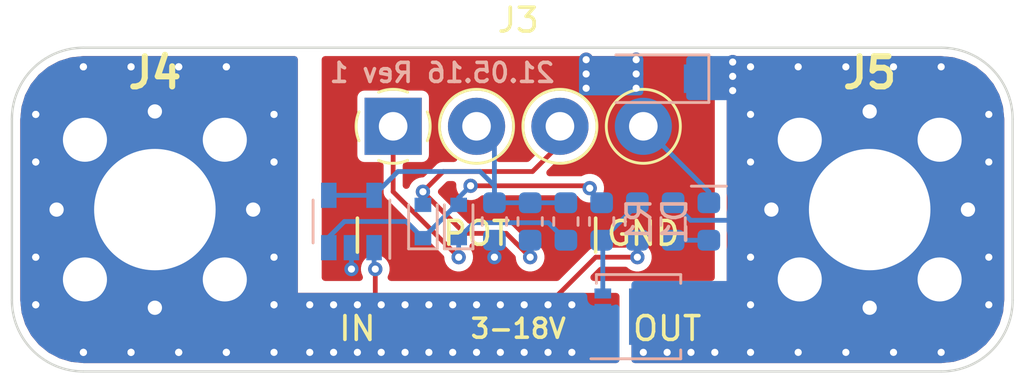
<source format=kicad_pcb>
(kicad_pcb (version 20211014) (generator pcbnew)
  (layers (0 "F.Cu" signal) (31 "B.Cu" signal) (34 "B.Paste" user) (35 "F.Paste" user) (36 "B.SilkS" user "B.Silkscreen") (37 "F.SilkS" user "F.Silkscreen") (38 "B.Mask" user) (39 "F.Mask" user) (44 "Edge.Cuts" user))
  (net 0 "")
  (net 1 "GND")
  (net 2 "+12V")
  (net 3 "Net-(D2-Pad1)")
  (net 4 "Net-(D3-Pad2)")
  (net 5 "/LED_OUT")
  (net 6 "/TRG_THR")
  (net 7 "/PWM")
  (net 8 "/GATE")
  (net 9 "Net-(D1-Pad2)")
  (net 10 "Net-(Q2-Pad5)")
  (net 11 "Net-(Q2-Pad4)")
  (net 12 "Net-(Q2-Pad1)")
  (footprint "MountingHole:MountingHole_5.5mm_Pad_Via" (layer "F.Cu") (at 135 100)
    (fp_text reference "J1" hide)
    (fp_text value "Conn_01x01" hide)
    (pad "1" thru_hole circle locked (at -2.926815 -2.926815) (size 0.9 0.9) (drill 0.6) (layers *.Cu *.Mask) (net 2 "+12V"))
    (pad "1" thru_hole circle locked (at 0 -4.125) (size 0.9 0.9) (drill 0.6) (layers *.Cu *.Mask) (net 2 "+12V"))
    (pad "1" thru_hole circle locked (at -4.125 0) (size 0.9 0.9) (drill 0.6) (layers *.Cu *.Mask) (net 2 "+12V"))
    (pad "1" thru_hole circle locked (at -2.926815 2.926815) (size 0.9 0.9) (drill 0.6) (layers *.Cu *.Mask) (net 2 "+12V"))
    (pad "1" thru_hole circle locked (at 2.926815 2.926815) (size 0.9 0.9) (drill 0.6) (layers *.Cu *.Mask) (net 2 "+12V"))
    (pad "1" thru_hole circle locked (at 0 4.125) (size 0.9 0.9) (drill 0.6) (layers *.Cu *.Mask) (net 2 "+12V"))
    (pad "1" thru_hole circle locked (at 2.926815 -2.926815) (size 0.9 0.9) (drill 0.6) (layers *.Cu *.Mask) (net 2 "+12V"))
    (pad "1" thru_hole circle locked (at 4.125 0) (size 0.9 0.9) (drill 0.6) (layers *.Cu *.Mask) (net 2 "+12V"))
    (pad "1" thru_hole circle locked (at 0 0) (size 11 11) (drill 5.1) (layers *.Cu *.Mask) (net 2 "+12V"))
  )
  (footprint "MountingHole:MountingHole_5.5mm_Pad_Via" (layer "F.Cu") (at 165 100)
    (fp_text reference "J2" hide)
    (fp_text value "Conn_01x01" hide)
    (pad "1" thru_hole circle locked (at 0 0) (size 11 11) (drill 5.1) (layers *.Cu *.Mask) (net 5 "/LED_OUT"))
    (pad "1" thru_hole circle locked (at 2.926815 -2.926815) (size 0.9 0.9) (drill 0.6) (layers *.Cu *.Mask) (net 5 "/LED_OUT"))
    (pad "1" thru_hole circle locked (at -4.125 0) (size 0.9 0.9) (drill 0.6) (layers *.Cu *.Mask) (net 5 "/LED_OUT"))
    (pad "1" thru_hole circle locked (at 0 4.125) (size 0.9 0.9) (drill 0.6) (layers *.Cu *.Mask) (net 5 "/LED_OUT"))
    (pad "1" thru_hole circle locked (at 4.125 0) (size 0.9 0.9) (drill 0.6) (layers *.Cu *.Mask) (net 5 "/LED_OUT"))
    (pad "1" thru_hole circle locked (at -2.926815 -2.926815) (size 0.9 0.9) (drill 0.6) (layers *.Cu *.Mask) (net 5 "/LED_OUT"))
    (pad "1" thru_hole circle locked (at 2.926815 2.926815) (size 0.9 0.9) (drill 0.6) (layers *.Cu *.Mask) (net 5 "/LED_OUT"))
    (pad "1" thru_hole circle locked (at 0 -4.125) (size 0.9 0.9) (drill 0.6) (layers *.Cu *.Mask) (net 5 "/LED_OUT"))
    (pad "1" thru_hole circle locked (at -2.926815 2.926815) (size 0.9 0.9) (drill 0.6) (layers *.Cu *.Mask) (net 5 "/LED_OUT"))
  )
  (footprint "TerminalBlock_4Ucon:TerminalBlock_4Ucon_1x04_P3.50mm_Horizontal" (layer "F.Cu") (at 145 96.5)
    (fp_text reference "J3" (at 5.25 -4.46) (layer "F.SilkS"))
    (fp_text value "1984633")
    (fp_arc (start 1.432109 -0.607742) (mid 1.555727 0.00014) (end 1.432 0.608) (layer "F.SilkS") (width 0.12))
    (fp_arc (start 0.607587 1.431385) (mid 0.310017 1.523783) (end 0 1.555) (layer "F.SilkS") (width 0.12))
    (fp_arc (start -1.432109 0.607742) (mid -1.555727 -0.00014) (end -1.432 -0.608) (layer "F.SilkS") (width 0.12))
    (fp_arc (start 0.027011 1.555493) (mid -0.296984 1.527118) (end -0.608 1.432) (layer "F.SilkS") (width 0.12))
    (fp_arc (start -0.607742 -1.432109) (mid 0.00014 -1.555727) (end 0.608 -1.432) (layer "F.SilkS") (width 0.12))
    (fp_circle (center 10.5 0) (end 12.055 0) (layer "F.SilkS") (width 0.12) (fill none))
    (fp_circle (center 7 0) (end 8.555 0) (layer "F.SilkS") (width 0.12) (fill none))
    (fp_circle (center 3.5 0) (end 5.055 0) (layer "F.SilkS") (width 0.12) (fill none))
    (pad "1" thru_hole rect locked (at 0 0) (size 2.4 2.4) (drill 1.2) (layers *.Cu *.Mask) (net 3 "Net-(D2-Pad1)"))
    (pad "2" thru_hole circle locked (at 3.5 0) (size 2.4 2.4) (drill 1.2) (layers *.Cu *.Mask) (net 6 "/TRG_THR"))
    (pad "3" thru_hole circle locked (at 7 0) (size 2.4 2.4) (drill 1.2) (layers *.Cu *.Mask) (net 4 "Net-(D3-Pad2)"))
    (pad "4" thru_hole circle locked (at 10.5 0) (size 2.4 2.4) (drill 1.2) (layers *.Cu *.Mask) (net 1 "GND"))
  )
  (footprint "connectors:M5_74651175R_Solder" (layer "F.Cu") (at 135 100)
    (fp_text reference "J4" (at 0 -5.75) (layer "F.SilkS") (effects (font (size 1.27 1.27) (thickness 0.254))))
    (fp_text value "74651175R" hide)
    (pad "1" thru_hole circle locked (at -2.935 -2.935) (size 3.2 3.2) (drill 1.85) (layers *.Cu *.Mask) (net 2 "+12V"))
    (pad "1" thru_hole circle locked (at -2.935 2.935) (size 3.2 3.2) (drill 1.85) (layers *.Cu *.Mask) (net 2 "+12V"))
    (pad "1" thru_hole circle locked (at 2.935 2.935) (size 3.2 3.2) (drill 1.85) (layers *.Cu *.Mask) (net 2 "+12V"))
    (pad "1" thru_hole circle locked (at 2.935 -2.935) (size 3.2 3.2) (drill 1.85) (layers *.Cu *.Mask) (net 2 "+12V"))
  )
  (footprint "connectors:M5_74651175R_Solder" (layer "F.Cu") (at 165 100)
    (fp_text reference "J5" (at 0 -5.75) (layer "F.SilkS") (effects (font (size 1.27 1.27) (thickness 0.254))))
    (fp_text value "74651175R" hide)
    (pad "1" thru_hole circle locked (at -2.935 -2.935) (size 3.2 3.2) (drill 1.85) (layers *.Cu *.Mask) (net 5 "/LED_OUT"))
    (pad "1" thru_hole circle locked (at 2.935 -2.935) (size 3.2 3.2) (drill 1.85) (layers *.Cu *.Mask) (net 5 "/LED_OUT"))
    (pad "1" thru_hole circle locked (at 2.935 2.935) (size 3.2 3.2) (drill 1.85) (layers *.Cu *.Mask) (net 5 "/LED_OUT"))
    (pad "1" thru_hole circle locked (at -2.935 2.935) (size 3.2 3.2) (drill 1.85) (layers *.Cu *.Mask) (net 5 "/LED_OUT"))
  )
  (footprint "Diode_SMD:D_SOD-523" (layer "B.Cu") (at 146.25 100.5 90)
    (fp_text reference "D3" hide)
    (fp_text value "RB751S40T5G")
    (fp_line (start 0.7 -0.6) (end -1.15 -0.6) (layer "B.SilkS") (width 0.12))
    (fp_line (start 0.7 0.6) (end -1.15 0.6) (layer "B.SilkS") (width 0.12))
    (fp_line (start -1.15 0.6) (end -1.15 -0.6) (layer "B.SilkS") (width 0.12))
    (pad "1" smd rect locked (at -0.7 0 270) (size 0.6 0.7) (layers "B.Cu" "B.Paste" "B.Mask") (net 7 "/PWM"))
    (pad "2" smd rect locked (at 0.7 0 270) (size 0.6 0.7) (layers "B.Cu" "B.Paste" "B.Mask") (net 4 "Net-(D3-Pad2)"))
  )
  (footprint "Package_SON:Diodes_PowerDI3333-8" (layer "B.Cu") (at 155.3 104.5)
    (fp_text reference "Q2" hide)
    (fp_text value "DMP3013SFV")
    (fp_line (start -1.77 -1.77) (end 1.77 -1.77) (layer "B.SilkS") (width 0.12))
    (fp_line (start 1.77 -1.77) (end 1.77 -1.4) (layer "B.SilkS") (width 0.12))
    (fp_line (start -1.77 -1.77) (end -1.77 -1.4) (layer "B.SilkS") (width 0.12))
    (fp_line (start 1.77 1.77) (end 1.77 1.4) (layer "B.SilkS") (width 0.12))
    (fp_line (start 1.77 1.77) (end -2 1.77) (layer "B.SilkS") (width 0.12))
    (pad "1" smd rect locked (at -1.5 0.975) (size 0.7 0.42) (layers "B.Cu" "B.Paste" "B.Mask") (net 12 "Net-(Q2-Pad1)"))
    (pad "2" smd rect locked (at -1.5 0.325) (size 0.7 0.42) (layers "B.Cu" "B.Paste" "B.Mask") (net 12 "Net-(Q2-Pad1)"))
    (pad "3" smd rect locked (at -1.5 -0.325) (size 0.7 0.42) (layers "B.Cu" "B.Paste" "B.Mask") (net 12 "Net-(Q2-Pad1)"))
    (pad "4" smd rect locked (at -1.5 -0.975) (size 0.7 0.42) (layers "B.Cu" "B.Paste" "B.Mask") (net 11 "Net-(Q2-Pad4)"))
    (pad "5" smd custom locked (at 0.455 0) (size 1.71 2.37) (layers "B.Cu" "B.Mask") (net 10 "Net-(Q2-Pad5)") (options (clearance outline) (anchor rect)) (primitives (gr_poly (pts (xy 0.855 -1.185) (xy 1.395 -1.185) (xy 1.395 -0.765) (xy 0.855 -0.765)) (width 0) (fill yes)) (gr_poly (pts (xy 0.855 -0.535) (xy 1.395 -0.535) (xy 1.395 -0.115) (xy 0.855 -0.115)) (width 0) (fill yes)) (gr_poly (pts (xy 0.855 0.115) (xy 1.395 0.115) (xy 1.395 0.535) (xy 0.855 0.535)) (width 0) (fill yes)) (gr_poly (pts (xy 0.855 0.765) (xy 1.395 0.765) (xy 1.395 1.185) (xy 0.855 1.185)) (width 0) (fill yes))))
  )
  (footprint "Diode_SMD:D_SOD-123" (layer "B.Cu") (at 156 94.5 180)
    (fp_text reference "D5" hide)
    (fp_text value "D_Schottky")
    (fp_line (start -2.25 1) (end 1.65 1) (layer "B.SilkS") (width 0.12))
    (fp_line (start -2.25 1) (end -2.25 -1) (layer "B.SilkS") (width 0.12))
    (fp_line (start -2.25 -1) (end 1.65 -1) (layer "B.SilkS") (width 0.12))
    (pad "1" smd rect locked (at -1.65 0 180) (size 0.9 1.2) (layers "B.Cu" "B.Paste" "B.Mask") (net 5 "/LED_OUT"))
    (pad "2" smd rect locked (at 1.65 0 180) (size 0.9 1.2) (layers "B.Cu" "B.Paste" "B.Mask") (net 1 "GND"))
  )
  (footprint "Resistor_SMD:R_0603_1608Metric" (layer "B.Cu") (at 153.75 100.5 90)
    (fp_text reference "R10" hide)
    (fp_text value "1k")
    (fp_line (start -0.162779 -0.51) (end 0.162779 -0.51) (layer "B.SilkS") (width 0.12))
    (fp_line (start -0.162779 0.51) (end 0.162779 0.51) (layer "B.SilkS") (width 0.12))
    (pad "1" smd roundrect locked (at -0.7875 0 90) (size 0.875 0.95) (layers "B.Cu" "B.Paste" "B.Mask") (net 8 "/GATE"))
    (pad "2" smd roundrect locked (at 0.7875 0 90) (size 0.875 0.95) (layers "B.Cu" "B.Paste" "B.Mask") (net 7 "/PWM"))
  )
  (footprint "Resistor_SMD:R_0603_1608Metric" (layer "B.Cu") (at 152.25 100.5 90)
    (fp_text reference "R7" hide)
    (fp_text value "R" hide)
    (fp_line (start -0.162779 -0.51) (end 0.162779 -0.51) (layer "B.SilkS") (width 0.12))
    (fp_line (start -0.162779 0.51) (end 0.162779 0.51) (layer "B.SilkS") (width 0.12))
    (pad "1" smd roundrect locked (at -0.7875 0 90) (size 0.875 0.95) (layers "B.Cu" "B.Paste" "B.Mask") (net 3 "Net-(D2-Pad1)"))
    (pad "2" smd roundrect locked (at 0.7875 0 90) (size 0.875 0.95) (layers "B.Cu" "B.Paste" "B.Mask") (net 6 "/TRG_THR"))
  )
  (footprint "Capacitor_SMD:C_0603_1608Metric" (layer "B.Cu") (at 149.25 100.5 -90)
    (fp_text reference "C3" hide)
    (fp_text value "2.2uF 16V")
    (fp_line (start -0.162779 0.51) (end 0.162779 0.51) (layer "B.SilkS") (width 0.12))
    (fp_line (start -0.162779 -0.51) (end 0.162779 -0.51) (layer "B.SilkS") (width 0.12))
    (pad "1" smd roundrect locked (at -0.7875 0 270) (size 0.875 0.95) (layers "B.Cu" "B.Paste" "B.Mask") (net 6 "/TRG_THR"))
    (pad "2" smd roundrect locked (at 0.7875 0 270) (size 0.875 0.95) (layers "B.Cu" "B.Paste" "B.Mask") (net 1 "GND"))
  )
  (footprint "Resistor_SMD:R_0603_1608Metric" (layer "B.Cu") (at 150.75 100.5 90)
    (fp_text reference "R8" hide)
    (fp_text value "R" hide)
    (fp_line (start -0.162779 -0.51) (end 0.162779 -0.51) (layer "B.SilkS") (width 0.12))
    (fp_line (start -0.162779 0.51) (end 0.162779 0.51) (layer "B.SilkS") (width 0.12))
    (pad "1" smd roundrect locked (at -0.7875 0 90) (size 0.875 0.95) (layers "B.Cu" "B.Paste" "B.Mask") (net 4 "Net-(D3-Pad2)"))
    (pad "2" smd roundrect locked (at 0.7875 0 90) (size 0.875 0.95) (layers "B.Cu" "B.Paste" "B.Mask") (net 6 "/TRG_THR"))
  )
  (footprint "Resistor_SMD:R_0603_1608Metric" (layer "B.Cu") (at 155.25 100.5 -90)
    (fp_text reference "R9" hide)
    (fp_text value "100k")
    (fp_line (start -0.162779 -0.51) (end 0.162779 -0.51) (layer "B.SilkS") (width 0.12))
    (fp_line (start -0.162779 0.51) (end 0.162779 0.51) (layer "B.SilkS") (width 0.12))
    (pad "1" smd roundrect locked (at -0.7875 0 270) (size 0.875 0.95) (layers "B.Cu" "B.Paste" "B.Mask") (net 8 "/GATE"))
    (pad "2" smd roundrect locked (at 0.7875 0 270) (size 0.875 0.95) (layers "B.Cu" "B.Paste" "B.Mask") (net 2 "+12V"))
  )
  (footprint "Package_TO_SOT_SMD:SOT-23-5" (layer "B.Cu") (at 143.25 100.5 90)
    (fp_text reference "U1" hide)
    (fp_text value "MIC1555YM5-TR" hide)
    (fp_line (start -0.9 -1.61) (end 0.9 -1.61) (layer "B.SilkS") (width 0.12))
    (fp_line (start 0.9 1.61) (end -1.55 1.61) (layer "B.SilkS") (width 0.12))
    (pad "1" smd rect locked (at -1.1 0.95 90) (size 1.06 0.65) (layers "B.Cu" "B.Paste" "B.Mask") (net 2 "+12V"))
    (pad "2" smd rect locked (at -1.1 0 90) (size 1.06 0.65) (layers "B.Cu" "B.Paste" "B.Mask") (net 1 "GND"))
    (pad "3" smd rect locked (at -1.1 -0.95 90) (size 1.06 0.65) (layers "B.Cu" "B.Paste" "B.Mask") (net 7 "/PWM"))
    (pad "4" smd rect locked (at 1.1 -0.95 90) (size 1.06 0.65) (layers "B.Cu" "B.Paste" "B.Mask") (net 6 "/TRG_THR"))
    (pad "5" smd rect locked (at 1.1 0.95 90) (size 1.06 0.65) (layers "B.Cu" "B.Paste" "B.Mask") (net 6 "/TRG_THR"))
  )
  (footprint "Diode_SMD:D_SOD-523" (layer "B.Cu") (at 147.75 100.5 90)
    (fp_text reference "D2" hide)
    (fp_text value "RB751S40T5G" hide)
    (fp_line (start 0.7 0.6) (end -1.15 0.6) (layer "B.SilkS") (width 0.12))
    (fp_line (start 0.7 -0.6) (end -1.15 -0.6) (layer "B.SilkS") (width 0.12))
    (fp_line (start -1.15 0.6) (end -1.15 -0.6) (layer "B.SilkS") (width 0.12))
    (pad "1" smd rect locked (at -0.7 0 270) (size 0.6 0.7) (layers "B.Cu" "B.Paste" "B.Mask") (net 3 "Net-(D2-Pad1)"))
    (pad "2" smd rect locked (at 0.7 0 270) (size 0.6 0.7) (layers "B.Cu" "B.Paste" "B.Mask") (net 7 "/PWM"))
  )
  (footprint "Resistor_SMD:R_0603_1608Metric" (layer "B.Cu") (at 156.75 100.5 -90)
    (fp_text reference "R1" (at 0 1.43 -90) (layer "B.SilkS") (effects (justify mirror)))
    (fp_text value "2k")
    (fp_line (start -0.162779 0.51) (end 0.162779 0.51) (layer "B.SilkS") (width 0.12))
    (fp_line (start -0.162779 -0.51) (end 0.162779 -0.51) (layer "B.SilkS") (width 0.12))
    (pad "1" smd roundrect locked (at -0.7875 0 270) (size 0.875 0.95) (layers "B.Cu" "B.Paste" "B.Mask") (net 5 "/LED_OUT"))
    (pad "2" smd roundrect locked (at 0.7875 0 270) (size 0.875 0.95) (layers "B.Cu" "B.Paste" "B.Mask") (net 9 "Net-(D1-Pad2)"))
  )
  (footprint "LED_SMD:LED_0603_1608Metric" (layer "B.Cu") (at 158.25 100.5 -90)
    (fp_text reference "D1" (at 0 1.43 -90) (layer "B.SilkS") (effects (justify mirror)))
    (fp_text value "LED")
    (fp_line (start -1.485 0.735) (end -1.485 -0.735) (layer "B.SilkS") (width 0.12))
    (pad "1" smd roundrect locked (at -0.7875 0 270) (size 0.875 0.95) (layers "B.Cu" "B.Paste" "B.Mask") (net 1 "GND"))
    (pad "2" smd roundrect locked (at 0.7875 0 270) (size 0.875 0.95) (layers "B.Cu" "B.Paste" "B.Mask") (net 9 "Net-(D1-Pad2)"))
  )
  (gr_line (start 132 93.197833) (end 168 93.197833) (layer "Edge.Cuts") (width 0.1))
  (gr_line (start 168 106.802166) (end 132 106.802166) (layer "Edge.Cuts") (width 0.1))
  (gr_arc (start 132 106.802166) (mid 129.87868 105.923486) (end 129 103.802166) (layer "Edge.Cuts") (width 0.1))
  (gr_line (start 171 96.197833) (end 171 103.802166) (layer "Edge.Cuts") (width 0.1))
  (gr_arc (start 129 96.197833) (mid 129.87868 94.076513) (end 132 93.197833) (layer "Edge.Cuts") (width 0.1))
  (gr_arc (start 171 103.802166) (mid 170.12132 105.923486) (end 168 106.802166) (layer "Edge.Cuts") (width 0.1))
  (gr_arc (start 168 93.197833) (mid 170.12132 94.076513) (end 171 96.197833) (layer "Edge.Cuts") (width 0.1))
  (gr_line (start 129 103.802166) (end 129 96.197833) (layer "Edge.Cuts") (width 0.1))
  (gr_text "21.05.16 Rev 1 " (at 146.75 94.25) (layer "B.SilkS") (effects (font (size 0.8 0.8)) (justify mirror)))
  (gr_text "IN" (at 143.5 105) (layer "F.SilkS") (effects (font (size 1 1))))
  (gr_text "OUT" (at 156.5 105) (layer "F.SilkS") (effects (font (size 1 1))))
  (gr_text "POT" (at 148.5 101) (layer "F.SilkS") (effects (font (size 1 1))))
  (gr_text "|" (at 153.5 101) (layer "F.SilkS") (effects (font (size 1 1))))
  (gr_text "|" (at 143.5 101) (layer "F.SilkS") (effects (font (size 1 1))))
  (gr_text "GND" (at 155.5 101) (layer "F.SilkS") (effects (font (size 1 1))))
  (gr_text "3-18V" (at 150.25 105) (layer "F.SilkS") (effects (font (size 0.8 0.8))))
  (via (at 153.1 94.9) (size 0.6) (drill 0.3) (layers "F.Cu" "B.Cu") (net 1))
  (via (at 153.1 93.7) (size 0.6) (drill 0.3) (layers "F.Cu" "B.Cu") (net 1))
  (via (at 155.2 94.3) (size 0.6) (drill 0.3) (layers "F.Cu" "B.Cu") (net 1))
  (via (at 155.2 94.9) (size 0.6) (drill 0.3) (layers "F.Cu" "B.Cu") (net 1))
  (via (at 153.1 94.3) (size 0.6) (drill 0.3) (layers "F.Cu" "B.Cu") (net 1))
  (via (at 155.2 93.7) (size 0.6) (drill 0.3) (layers "F.Cu" "B.Cu") (net 1))
  (via (at 149.25 102) (size 0.6) (drill 0.3) (layers "F.Cu" "B.Cu") (net 1))
  (via (at 143.25 102.5) (size 0.6) (drill 0.3) (layers "F.Cu" "B.Cu") (net 1))
  (segment (start 149.25 101.2875) (end 149.25 102) (width 0.2) (layer "B.Cu") (net 1))
  (segment (start 158.25 99.7125) (end 158.25 99.25) (width 0.2) (layer "B.Cu") (net 1))
  (segment (start 158.25 99.25) (end 155.5 96.5) (width 0.2) (layer "B.Cu") (net 1))
  (segment (start 143.25 101.6) (end 143.25 102.5) (width 0.2) (layer "B.Cu") (net 1))
  (segment (start 144.25 103.75) (end 144.5 104) (width 0.2) (layer "F.Cu") (net 2))
  (segment (start 144.25 102.5) (end 144.25 103.75) (width 0.2) (layer "F.Cu") (net 2))
  (segment (start 152 103.5) (end 151.5 104) (width 0.2) (layer "F.Cu") (net 2))
  (segment (start 153.5 102) (end 152 103.5) (width 0.2) (layer "F.Cu") (net 2))
  (segment (start 155.25 102) (end 153.5 102) (width 0.2) (layer "F.Cu") (net 2))
  (via (at 140 104) (size 0.6) (drill 0.3) (layers "F.Cu" "B.Cu") (net 2))
  (via (at 140 102) (size 0.6) (drill 0.3) (layers "F.Cu" "B.Cu") (net 2))
  (via (at 140 96) (size 0.6) (drill 0.3) (layers "F.Cu" "B.Cu") (net 2))
  (via (at 140 98) (size 0.6) (drill 0.3) (layers "F.Cu" "B.Cu") (net 2))
  (via (at 140 104) (size 0.6) (drill 0.3) (layers "F.Cu" "B.Cu") (net 2))
  (via (at 130 102) (size 0.6) (drill 0.3) (layers "F.Cu" "B.Cu") (net 2))
  (via (at 132 106) (size 0.6) (drill 0.3) (layers "F.Cu" "B.Cu") (net 2))
  (via (at 136 94) (size 0.6) (drill 0.3) (layers "F.Cu" "B.Cu") (net 2))
  (via (at 134 106) (size 0.6) (drill 0.3) (layers "F.Cu" "B.Cu") (net 2))
  (via (at 130 96) (size 0.6) (drill 0.3) (layers "F.Cu" "B.Cu") (net 2))
  (via (at 136 106) (size 0.6) (drill 0.3) (layers "F.Cu" "B.Cu") (net 2))
  (via (at 138 94) (size 0.6) (drill 0.3) (layers "F.Cu" "B.Cu") (net 2))
  (via (at 132 94) (size 0.6) (drill 0.3) (layers "F.Cu" "B.Cu") (net 2))
  (via (at 130 104) (size 0.6) (drill 0.3) (layers "F.Cu" "B.Cu") (net 2))
  (via (at 134 94) (size 0.6) (drill 0.3) (layers "F.Cu" "B.Cu") (net 2))
  (via (at 138 106) (size 0.6) (drill 0.3) (layers "F.Cu" "B.Cu") (net 2))
  (via (at 130 98) (size 0.6) (drill 0.3) (layers "F.Cu" "B.Cu") (net 2))
  (via (at 140 98) (size 0.6) (drill 0.3) (layers "F.Cu" "B.Cu") (net 2))
  (via (at 140 102) (size 0.6) (drill 0.3) (layers "F.Cu" "B.Cu") (net 2))
  (via (at 140 96) (size 0.6) (drill 0.3) (layers "F.Cu" "B.Cu") (net 2))
  (via (at 140 106) (size 0.6) (drill 0.3) (layers "F.Cu" "B.Cu") (net 2))
  (via (at 152.5 106) (size 0.6) (drill 0.3) (layers "F.Cu" "B.Cu") (net 2))
  (via (at 151.5 106) (size 0.6) (drill 0.3) (layers "F.Cu" "B.Cu") (net 2))
  (via (at 130 96) (size 0.6) (drill 0.3) (layers "F.Cu" "B.Cu") (net 2))
  (via (at 141.5 106) (size 0.6) (drill 0.3) (layers "F.Cu" "B.Cu") (net 2))
  (via (at 148.5 104) (size 0.6) (drill 0.3) (layers "F.Cu" "B.Cu") (net 2))
  (via (at 142.5 104) (size 0.6) (drill 0.3) (layers "F.Cu" "B.Cu") (net 2))
  (via (at 130 98) (size 0.6) (drill 0.3) (layers "F.Cu" "B.Cu") (net 2))
  (via (at 149.5 106) (size 0.6) (drill 0.3) (layers "F.Cu" "B.Cu") (net 2))
  (via (at 149.5 104) (size 0.6) (drill 0.3) (layers "F.Cu" "B.Cu") (net 2))
  (via (at 136 94) (size 0.6) (drill 0.3) (layers "F.Cu" "B.Cu") (net 2))
  (via (at 143.5 106) (size 0.6) (drill 0.3) (layers "F.Cu" "B.Cu") (net 2))
  (via (at 144.5 104) (size 0.6) (drill 0.3) (layers "F.Cu" "B.Cu") (net 2))
  (via (at 155.25 102) (size 0.6) (drill 0.3) (layers "F.Cu" "B.Cu") (net 2))
  (via (at 130 104) (size 0.6) (drill 0.3) (layers "F.Cu" "B.Cu") (net 2))
  (via (at 144.25 102.5) (size 0.6) (drill 0.3) (layers "F.Cu" "B.Cu") (net 2))
  (via (at 132 94) (size 0.6) (drill 0.3) (layers "F.Cu" "B.Cu") (net 2))
  (via (at 132 106) (size 0.6) (drill 0.3) (layers "F.Cu" "B.Cu") (net 2))
  (via (at 150.5 106) (size 0.6) (drill 0.3) (layers "F.Cu" "B.Cu") (net 2))
  (via (at 146.5 106) (size 0.6) (drill 0.3) (layers "F.Cu" "B.Cu") (net 2))
  (via (at 130 102) (size 0.6) (drill 0.3) (layers "F.Cu" "B.Cu") (net 2))
  (via (at 136 106) (size 0.6) (drill 0.3) (layers "F.Cu" "B.Cu") (net 2))
  (via (at 145.5 106) (size 0.6) (drill 0.3) (layers "F.Cu" "B.Cu") (net 2))
  (via (at 150.5 104) (size 0.6) (drill 0.3) (layers "F.Cu" "B.Cu") (net 2))
  (via (at 138 106) (size 0.6) (drill 0.3) (layers "F.Cu" "B.Cu") (net 2))
  (via (at 151.5 104) (size 0.6) (drill 0.3) (layers "F.Cu" "B.Cu") (net 2))
  (via (at 143.5 104) (size 0.6) (drill 0.3) (layers "F.Cu" "B.Cu") (net 2))
  (via (at 147.5 106) (size 0.6) (drill 0.3) (layers "F.Cu" "B.Cu") (net 2))
  (via (at 138 94) (size 0.6) (drill 0.3) (layers "F.Cu" "B.Cu") (net 2))
  (via (at 134 94) (size 0.6) (drill 0.3) (layers "F.Cu" "B.Cu") (net 2))
  (via (at 142.5 106) (size 0.6) (drill 0.3) (layers "F.Cu" "B.Cu") (net 2))
  (via (at 145.5 104) (size 0.6) (drill 0.3) (layers "F.Cu" "B.Cu") (net 2))
  (via (at 147.5 104) (size 0.6) (drill 0.3) (layers "F.Cu" "B.Cu") (net 2))
  (via (at 146.5 104) (size 0.6) (drill 0.3) (layers "F.Cu" "B.Cu") (net 2))
  (via (at 152.5 104) (size 0.6) (drill 0.3) (layers "F.Cu" "B.Cu") (net 2))
  (via (at 134 106) (size 0.6) (drill 0.3) (layers "F.Cu" "B.Cu") (net 2))
  (via (at 148.5 106) (size 0.6) (drill 0.3) (layers "F.Cu" "B.Cu") (net 2))
  (via (at 144.5 106) (size 0.6) (drill 0.3) (layers "F.Cu" "B.Cu") (net 2))
  (via (at 141.5 104) (size 0.6) (drill 0.3) (layers "F.Cu" "B.Cu") (net 2))
  (segment (start 144.2 102.45) (end 144.25 102.5) (width 0.2) (layer "B.Cu") (net 2))
  (segment (start 145.45 103.95) (end 145.5 104) (width 0.2) (layer "B.Cu") (net 2))
  (segment (start 155.25 101.2875) (end 155.25 102) (width 0.2) (layer "B.Cu") (net 2))
  (segment (start 144.2 101.6) (end 144.2 102.45) (width 0.2) (layer "B.Cu") (net 2))
  (segment (start 145 96.5) (end 145 99.25) (width 0.2) (layer "F.Cu") (net 3))
  (segment (start 145 99.25) (end 147.75 102) (width 0.2) (layer "F.Cu") (net 3))
  (via (at 147.75 102) (size 0.6) (drill 0.3) (layers "F.Cu" "B.Cu") (net 3))
  (segment (start 151.51249 100.54999) (end 152.25 101.2875) (width 0.2) (layer "B.Cu") (net 3))
  (segment (start 147.75 101.2) (end 148.40001 100.54999) (width 0.2) (layer "B.Cu") (net 3))
  (segment (start 147.75 102) (end 147.75 101.2) (width 0.2) (layer "B.Cu") (net 3))
  (segment (start 148.40001 100.54999) (end 151.51249 100.54999) (width 0.2) (layer "B.Cu") (net 3))
  (segment (start 146.25 99.25) (end 148 101) (width 0.2) (layer "F.Cu") (net 4))
  (segment (start 147.100001 98.399999) (end 150.850001 98.399999) (width 0.2) (layer "F.Cu") (net 4))
  (segment (start 150.149999 101.399999) (end 150.75 102) (width 0.2) (layer "F.Cu") (net 4))
  (segment (start 146.25 99.25) (end 147.100001 98.399999) (width 0.2) (layer "F.Cu") (net 4))
  (segment (start 148 101) (end 149.75 101) (width 0.2) (layer "F.Cu") (net 4))
  (segment (start 152 97.25) (end 152 96.5) (width 0.2) (layer "F.Cu") (net 4))
  (segment (start 149.75 101) (end 150.149999 101.399999) (width 0.2) (layer "F.Cu") (net 4))
  (segment (start 150.850001 98.399999) (end 152 97.25) (width 0.2) (layer "F.Cu") (net 4))
  (via (at 150.75 102) (size 0.6) (drill 0.3) (layers "F.Cu" "B.Cu") (net 4))
  (via (at 146.25 99.25) (size 0.6) (drill 0.3) (layers "F.Cu" "B.Cu") (net 4))
  (segment (start 150.75 101.2875) (end 150.75 102) (width 0.2) (layer "B.Cu") (net 4))
  (segment (start 146.25 99.8) (end 146.25 99.25) (width 0.2) (layer "B.Cu") (net 4))
  (via (at 160 106) (size 0.6) (drill 0.3) (layers "F.Cu" "B.Cu") (net 5))
  (via (at 160 94) (size 0.6) (drill 0.3) (layers "F.Cu" "B.Cu") (net 5))
  (via (at 166 94) (size 0.6) (drill 0.3) (layers "F.Cu" "B.Cu") (net 5))
  (via (at 166 106) (size 0.6) (drill 0.3) (layers "F.Cu" "B.Cu") (net 5))
  (via (at 158.5 106) (size 0.6) (drill 0.3) (layers "F.Cu" "B.Cu") (net 5))
  (via (at 159.25 94.4) (size 0.6) (drill 0.3) (layers "F.Cu" "B.Cu") (net 5))
  (via (at 160 98) (size 0.6) (drill 0.3) (layers "F.Cu" "B.Cu") (net 5))
  (via (at 160 102) (size 0.6) (drill 0.3) (layers "F.Cu" "B.Cu") (net 5))
  (via (at 155.5 106) (size 0.6) (drill 0.3) (layers "F.Cu" "B.Cu") (net 5))
  (via (at 160 104) (size 0.6) (drill 0.3) (layers "F.Cu" "B.Cu") (net 5))
  (via (at 159.25 93.8) (size 0.6) (drill 0.3) (layers "F.Cu" "B.Cu") (net 5))
  (via (at 162 94) (size 0.6) (drill 0.3) (layers "F.Cu" "B.Cu") (net 5))
  (via (at 156.5 106) (size 0.6) (drill 0.3) (layers "F.Cu" "B.Cu") (net 5))
  (via (at 168 106) (size 0.6) (drill 0.3) (layers "F.Cu" "B.Cu") (net 5))
  (via (at 162 106) (size 0.6) (drill 0.3) (layers "F.Cu" "B.Cu") (net 5))
  (via (at 164 106) (size 0.6) (drill 0.3) (layers "F.Cu" "B.Cu") (net 5))
  (via (at 170 104) (size 0.6) (drill 0.3) (layers "F.Cu" "B.Cu") (net 5))
  (via (at 170 98) (size 0.6) (drill 0.3) (layers "F.Cu" "B.Cu") (net 5))
  (via (at 168 94) (size 0.6) (drill 0.3) (layers "F.Cu" "B.Cu") (net 5))
  (via (at 159.25 95) (size 0.6) (drill 0.3) (layers "F.Cu" "B.Cu") (net 5))
  (via (at 157.5 106) (size 0.6) (drill 0.3) (layers "F.Cu" "B.Cu") (net 5))
  (via (at 170 96) (size 0.6) (drill 0.3) (layers "F.Cu" "B.Cu") (net 5))
  (via (at 164 94) (size 0.6) (drill 0.3) (layers "F.Cu" "B.Cu") (net 5))
  (via (at 170 102) (size 0.6) (drill 0.3) (layers "F.Cu" "B.Cu") (net 5))
  (via (at 160 96) (size 0.6) (drill 0.3) (layers "F.Cu" "B.Cu") (net 5))
  (segment (start 157.48751 100.45001) (end 164.54999 100.45001) (width 0.2) (layer "B.Cu") (net 5))
  (segment (start 164.54999 100.45001) (end 165 100) (width 0.2) (layer "B.Cu") (net 5))
  (segment (start 156.75 99.7125) (end 157.48751 100.45001) (width 0.2) (layer "B.Cu") (net 5))
  (segment (start 149.25 97.25) (end 148.5 96.5) (width 0.2) (layer "B.Cu") (net 6))
  (segment (start 144.35 99.4) (end 144.2 99.4) (width 0.2) (layer "B.Cu") (net 6))
  (segment (start 152.25 99.7125) (end 149.25 99.7125) (width 0.2) (layer "B.Cu") (net 6))
  (segment (start 142.3 99.4) (end 144.2 99.4) (width 0.2) (layer "B.Cu") (net 6))
  (segment (start 148.649999 98.399999) (end 149.25 99) (width 0.2) (layer "B.Cu") (net 6))
  (segment (start 149.25 99) (end 149.25 99.7125) (width 0.2) (layer "B.Cu") (net 6))
  (segment (start 144.2 99.4) (end 145.200001 98.399999) (width 0.2) (layer "B.Cu") (net 6))
  (segment (start 145.200001 98.399999) (end 148.649999 98.399999) (width 0.2) (layer "B.Cu") (net 6))
  (segment (start 149.25 99.7125) (end 149.25 97.25) (width 0.2) (layer "B.Cu") (net 6))
  (segment (start 153.25 99) (end 153.25 99.1) (width 0.2) (layer "F.Cu") (net 7))
  (segment (start 148.25 99) (end 153.25 99) (width 0.2) (layer "F.Cu") (net 7))
  (via (at 148.25 99) (size 0.6) (drill 0.3) (layers "F.Cu" "B.Cu") (net 7))
  (via (at 153.25 99.1) (size 0.6) (drill 0.3) (layers "F.Cu" "B.Cu") (net 7))
  (segment (start 147.75 99.5) (end 148.25 99) (width 0.2) (layer "B.Cu") (net 7))
  (segment (start 145.55 100.5) (end 142.954998 100.5) (width 0.2) (layer "B.Cu") (net 7))
  (segment (start 147.65 99.8) (end 146.25 101.2) (width 0.2) (layer "B.Cu") (net 7))
  (segment (start 146.25 101.2) (end 145.55 100.5) (width 0.2) (layer "B.Cu") (net 7))
  (segment (start 142.954998 100.5) (end 142.3 101.154998) (width 0.2) (layer "B.Cu") (net 7))
  (segment (start 153.25 99.2125) (end 153.75 99.7125) (width 0.2) (layer "B.Cu") (net 7))
  (segment (start 147.75 99.8) (end 147.75 99.5) (width 0.2) (layer "B.Cu") (net 7))
  (segment (start 147.75 99.8) (end 147.65 99.8) (width 0.2) (layer "B.Cu") (net 7))
  (segment (start 153.25 99.1) (end 153.25 99.2125) (width 0.2) (layer "B.Cu") (net 7))
  (segment (start 142.3 101.154998) (end 142.3 101.6) (width 0.2) (layer "B.Cu") (net 7))
  (segment (start 153.8 103.525) (end 153.8 101.3375) (width 0.2) (layer "B.Cu") (net 8))
  (segment (start 155.25 99.7875) (end 153.75 101.2875) (width 0.2) (layer "B.Cu") (net 8))
  (segment (start 153.8 101.3375) (end 153.75 101.2875) (width 0.2) (layer "B.Cu") (net 8))
  (segment (start 155.25 99.7125) (end 155.25 99.7875) (width 0.2) (layer "B.Cu") (net 8))
  (segment (start 156.75 101.2875) (end 158.25 101.2875) (width 0.2) (layer "B.Cu") (net 9))
  (segment (start 153.8 104.175) (end 153.8 105.475) (width 0.2) (layer "B.Cu") (net 12))
  (zone (net 2) (net_name "+12V") (layer "F.Cu") (connect_pads yes (clearance 0.3)) (min_thickness 0.3) (fill yes (thermal_gap 0.508) (thermal_bridge_width 0.508))
    (polygon (pts (xy 141 103.5) (xy 154.5 103.5) (xy 154.5 107) (xy 128.5 107) (xy 128.5 93) (xy 141 93)))
  )
  (zone (net 1) (net_name "GND") (layer "F.Cu") (connect_pads yes (clearance 0.3)) (min_thickness 0.3) (fill yes (thermal_gap 0.508) (thermal_bridge_width 0.508))
    (polygon (pts (xy 158.5 103) (xy 142 103) (xy 142 93) (xy 158.5 93)))
  )
  (zone (net 5) (net_name "/LED_OUT") (layer "F.Cu") (connect_pads yes (clearance 0.3)) (min_thickness 0.3) (fill yes (thermal_gap 0.508) (thermal_bridge_width 0.508))
    (polygon (pts (xy 171.5 107) (xy 155 107) (xy 155 103.5) (xy 159 103.5) (xy 159 93) (xy 171.5 93)))
  )
  (zone (net 2) (net_name "+12V") (layer "B.Cu") (connect_pads yes (clearance 0.3)) (min_thickness 0.3) (fill yes (thermal_gap 0.508) (thermal_bridge_width 0.508))
    (polygon (pts (xy 141 103.5) (xy 154.5 103.5) (xy 154.5 107) (xy 128.5 107) (xy 128.5 93) (xy 141 93)))
  )
  (zone (net 1) (net_name "GND") (layer "B.Cu") (connect_pads yes (clearance 0.3)) (min_thickness 0.3) (fill yes (thermal_gap 0.508) (thermal_bridge_width 0.508))
    (polygon (pts (xy 155.5 93.4) (xy 155.5 95.2) (xy 152.8 95.2) (xy 152.8 93.4)))
  )
  (zone (net 5) (net_name "/LED_OUT") (layer "B.Cu") (connect_pads yes (clearance 0.3)) (min_thickness 0.3) (fill yes (thermal_gap 0.508) (thermal_bridge_width 0.508))
    (polygon (pts (xy 171.5 107) (xy 155 107) (xy 155 103) (xy 159 103) (xy 159 95.4) (xy 157.3 95.4) (xy 157.3 93.4) (xy 159 93.4) (xy 159 93) (xy 171.5 93)))
  )
)
</source>
